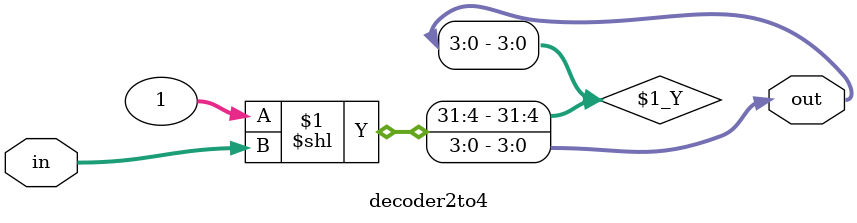
<source format=v>
module decoder2to4(
    input [1:0] in,
    output [3:0] out
);
    assign out = 1 << in;
endmodule

</source>
